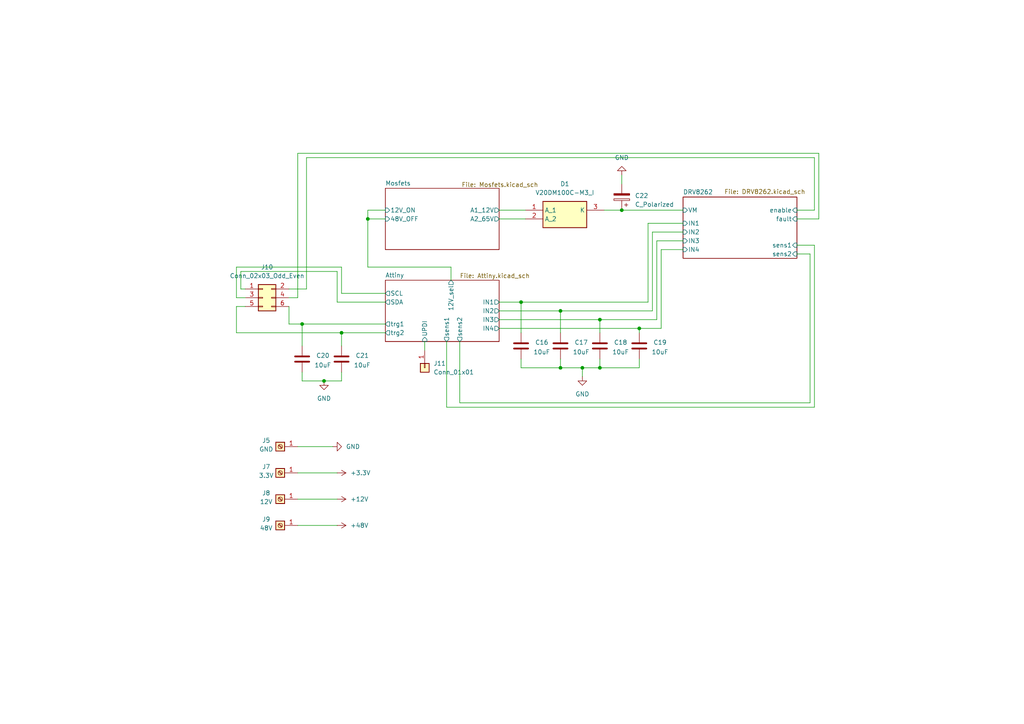
<source format=kicad_sch>
(kicad_sch (version 20231120) (generator "eeschema") (generator_version "8.0")
  (paper "A4")
  (lib_symbols
    (symbol "Connector:Screw_Terminal_01x01" (pin_names (offset 1.016) hide)
      (property "Reference" "J" (at 0 2.54 0))
      (property "Value" "Screw_Terminal_01x01" (at 0 -2.54 0))
      (symbol "Screw_Terminal_01x01_1_1"
        (rectangle (start -1.27 1.27) (end 1.27 -1.27) (stroke (width 0.254)) (fill (type background)))
        (polyline (pts (xy -0.5334 0.3302) (xy 0.3302 -0.508)) (stroke (width 0.1524)))
        (polyline (pts (xy -0.3556 0.508) (xy 0.508 -0.3302)) (stroke (width 0.1524)))
        (circle (center 0 0) (radius 0.635) (stroke (width 0.1524)))
        (pin passive line (at -5.08 0 0) (length 3.81) (name "Pin_1") (number "1"))
      )
    )
    (symbol "Connector_Generic:Conn_01x01" (pin_names (offset 1.016) hide)
      (property "Reference" "J" (at 0 2.54 0))
      (property "Value" "Conn_01x01" (at 0 -2.54 0))
      (symbol "Conn_01x01_1_1"
        (rectangle (start -1.27 0.127) (end 0 -0.127) (stroke (width 0.1524)))
        (rectangle (start -1.27 1.27) (end 1.27 -1.27) (stroke (width 0.254)) (fill (type background)))
        (pin passive line (at -5.08 0 0) (length 3.81) (name "Pin_1") (number "1"))
      )
    )
    (symbol "Connector_Generic:Conn_02x03_Odd_Even" (pin_names (offset 1.016) hide)
      (property "Reference" "J" (at 1.27 5.08 0))
      (property "Value" "Conn_02x03_Odd_Even" (at 1.27 -5.08 0))
      (symbol "Conn_02x03_Odd_Even_1_1"
        (rectangle (start -1.27 -2.413) (end 0 -2.667) (stroke (width 0.1524)))
        (rectangle (start -1.27 0.127) (end 0 -0.127) (stroke (width 0.1524)))
        (rectangle (start -1.27 2.667) (end 0 2.413) (stroke (width 0.1524)))
        (rectangle (start -1.27 3.81) (end 3.81 -3.81) (stroke (width 0.254)) (fill (type background)))
        (rectangle (start 3.81 -2.413) (end 2.54 -2.667) (stroke (width 0.1524)))
        (rectangle (start 3.81 0.127) (end 2.54 -0.127) (stroke (width 0.1524)))
        (rectangle (start 3.81 2.667) (end 2.54 2.413) (stroke (width 0.1524)))
        (pin passive line (at -5.08 2.54 0) (length 3.81) (name "Pin_1") (number "1"))
        (pin passive line (at 7.62 2.54 180) (length 3.81) (name "Pin_2") (number "2"))
        (pin passive line (at -5.08 0 0) (length 3.81) (name "Pin_3") (number "3"))
        (pin passive line (at 7.62 0 180) (length 3.81) (name "Pin_4") (number "4"))
        (pin passive line (at -5.08 -2.54 0) (length 3.81) (name "Pin_5") (number "5"))
        (pin passive line (at 7.62 -2.54 180) (length 3.81) (name "Pin_6") (number "6"))
      )
    )
    (symbol "Device:C" (pin_numbers hide) (pin_names (offset 0.254))
      (property "Reference" "C" (at 0.635 2.54 0))
      (property "Value" "C" (at 0.635 -2.54 0))
      (symbol "C_0_1"
        (polyline (pts (xy -2.032 -0.762) (xy 2.032 -0.762)) (stroke (width 0.508)))
        (polyline (pts (xy -2.032 0.762) (xy 2.032 0.762)) (stroke (width 0.508)))
      )
      (symbol "C_1_1"
        (pin passive line (at 0 3.81 270) (length 2.794) (name "~") (number "1"))
        (pin passive line (at 0 -3.81 90) (length 2.794) (name "~") (number "2"))
      )
    )
    (symbol "Device:C_Polarized" (pin_numbers hide) (pin_names (offset 0.254))
      (property "Reference" "C" (at 0.635 2.54 0))
      (property "Value" "C_Polarized" (at 0.635 -2.54 0))
      (symbol "C_Polarized_0_1"
        (rectangle (start -2.286 0.508) (end 2.286 1.016))
        (polyline (pts (xy -1.778 2.286) (xy -0.762 2.286)))
        (polyline (pts (xy -1.27 2.794) (xy -1.27 1.778)))
        (rectangle (start 2.286 -0.508) (end -2.286 -1.016) (fill (type outline)))
      )
      (symbol "C_Polarized_1_1"
        (pin passive line (at 0 3.81 270) (length 2.794) (name "~") (number "1"))
        (pin passive line (at 0 -3.81 90) (length 2.794) (name "~") (number "2"))
      )
    )
    (symbol "V20DM100C-M3_I:V20DM100C-M3_I"
      (property "Reference" "D" (at 19.05 7.62 0))
      (property "Value" "V20DM100C-M3_I" (at 19.05 5.08 0))
      (symbol "V20DM100C-M3_I_1_1"
        (rectangle (start 5.08 2.54) (end 17.78 -5.08) (stroke (width 0.254)) (fill (type background)))
        (pin passive line (at 0 0 0) (length 5.08) (name "A_1") (number "1"))
        (pin passive line (at 0 -2.54 0) (length 5.08) (name "A_2") (number "2"))
        (pin passive line (at 22.86 0 180) (length 5.08) (name "K") (number "3"))
      )
    )
    (symbol "power:+12V" (power) (pin_numbers hide) (pin_names (offset 0) hide)
      (property "Value" "+12V" (at 0 3.556 0))
      (symbol "+12V_0_1"
        (polyline (pts (xy -0.762 1.27) (xy 0 2.54)))
        (polyline (pts (xy 0 0) (xy 0 2.54)))
        (polyline (pts (xy 0 2.54) (xy 0.762 1.27)))
      )
      (symbol "+12V_1_1"
        (pin power_in line (at 0 0 90) (length 0) (name "~") (number "1"))
      )
    )
    (symbol "power:+3.3V" (power) (pin_numbers hide) (pin_names (offset 0) hide)
      (property "Value" "+3.3V" (at 0 3.556 0))
      (symbol "+3.3V_0_1"
        (polyline (pts (xy -0.762 1.27) (xy 0 2.54)))
        (polyline (pts (xy 0 0) (xy 0 2.54)))
        (polyline (pts (xy 0 2.54) (xy 0.762 1.27)))
      )
      (symbol "+3.3V_1_1"
        (pin power_in line (at 0 0 90) (length 0) (name "~") (number "1"))
      )
    )
    (symbol "power:+48V" (power) (pin_numbers hide) (pin_names (offset 0) hide)
      (property "Value" "+48V" (at 0 3.556 0))
      (symbol "+48V_0_1"
        (polyline (pts (xy -0.762 1.27) (xy 0 2.54)))
        (polyline (pts (xy 0 0) (xy 0 2.54)))
        (polyline (pts (xy 0 2.54) (xy 0.762 1.27)))
      )
      (symbol "+48V_1_1"
        (pin power_in line (at 0 0 90) (length 0) (name "~") (number "1"))
      )
    )
    (symbol "power:GND" (power) (pin_numbers hide) (pin_names (offset 0) hide)
      (property "Value" "GND" (at 0 -3.81 0))
      (symbol "GND_0_1"
        (polyline (pts (xy 0 0) (xy 0 -1.27) (xy 1.27 -1.27) (xy 0 -2.54) (xy -1.27 -1.27) (xy 0 -1.27)))
      )
      (symbol "GND_1_1"
        (pin power_in line (at 0 0 270) (length 0) (name "~") (number "1"))
      )
    )
  )
  (junction (at 173.99 92.71))
  (junction (at 106.68 63.5))
  (junction (at 162.56 106.68))
  (junction (at 162.56 90.17))
  (junction (at 180.34 60.96))
  (junction (at 168.91 106.68))
  (junction (at 173.99 106.68))
  (junction (at 93.98 110.49))
  (junction (at 99.06 96.52))
  (junction (at 151.13 87.63))
  (junction (at 185.42 95.25))
  (junction (at 87.63 93.98))
  (wire (pts (xy 106.68 77.47) (xy 106.68 63.5)))
  (wire (pts (xy 198.12 64.77) (xy 187.96 64.77)))
  (wire (pts (xy 87.63 93.98) (xy 87.63 100.33)))
  (wire (pts (xy 83.82 93.98) (xy 87.63 93.98)))
  (wire (pts (xy 168.91 106.68) (xy 173.99 106.68)))
  (wire (pts (xy 99.06 77.47) (xy 68.58 77.47)))
  (wire (pts (xy 83.82 83.82) (xy 88.9 83.82)))
  (wire (pts (xy 123.19 99.06) (xy 123.19 101.6)))
  (wire (pts (xy 68.58 96.52) (xy 68.58 88.9)))
  (wire (pts (xy 87.63 110.49) (xy 93.98 110.49)))
  (wire (pts (xy 99.06 96.52) (xy 111.76 96.52)))
  (wire (pts (xy 106.68 60.96) (xy 106.68 63.5)))
  (wire (pts (xy 111.76 60.96) (xy 106.68 60.96)))
  (wire (pts (xy 173.99 106.68) (xy 173.99 104.14)))
  (wire (pts (xy 190.5 92.71) (xy 190.5 69.85)))
  (wire (pts (xy 151.13 104.14) (xy 151.13 106.68)))
  (wire (pts (xy 162.56 106.68) (xy 168.91 106.68)))
  (wire (pts (xy 144.78 60.96) (xy 152.4 60.96)))
  (wire (pts (xy 144.78 63.5) (xy 152.4 63.5)))
  (wire (pts (xy 130.81 81.28) (xy 130.81 77.47)))
  (wire (pts (xy 185.42 95.25) (xy 191.77 95.25)))
  (wire (pts (xy 151.13 87.63) (xy 144.78 87.63)))
  (wire (pts (xy 173.99 92.71) (xy 190.5 92.71)))
  (wire (pts (xy 68.58 96.52) (xy 99.06 96.52)))
  (wire (pts (xy 237.49 63.5) (xy 237.49 44.45)))
  (wire (pts (xy 151.13 106.68) (xy 162.56 106.68)))
  (wire (pts (xy 144.78 95.25) (xy 185.42 95.25)))
  (wire (pts (xy 185.42 95.25) (xy 185.42 96.52)))
  (wire (pts (xy 129.54 118.11) (xy 236.22 118.11)))
  (wire (pts (xy 190.5 69.85) (xy 198.12 69.85)))
  (wire (pts (xy 68.58 77.47) (xy 68.58 86.36)))
  (wire (pts (xy 133.35 116.84) (xy 234.95 116.84)))
  (wire (pts (xy 88.9 45.72) (xy 236.22 45.72)))
  (wire (pts (xy 111.76 85.09) (xy 99.06 85.09)))
  (wire (pts (xy 168.91 106.68) (xy 168.91 109.22)))
  (wire (pts (xy 87.63 107.95) (xy 87.63 110.49)))
  (wire (pts (xy 88.9 45.72) (xy 88.9 83.82)))
  (wire (pts (xy 151.13 87.63) (xy 151.13 96.52)))
  (wire (pts (xy 130.81 77.47) (xy 106.68 77.47)))
  (wire (pts (xy 175.26 60.96) (xy 180.34 60.96)))
  (wire (pts (xy 99.06 85.09) (xy 99.06 77.47)))
  (wire (pts (xy 234.95 73.66) (xy 231.14 73.66)))
  (wire (pts (xy 231.14 63.5) (xy 237.49 63.5)))
  (wire (pts (xy 231.14 60.96) (xy 236.22 60.96)))
  (wire (pts (xy 111.76 87.63) (xy 97.79 87.63)))
  (wire (pts (xy 236.22 71.12) (xy 231.14 71.12)))
  (wire (pts (xy 189.23 67.31) (xy 198.12 67.31)))
  (wire (pts (xy 191.77 72.39) (xy 198.12 72.39)))
  (wire (pts (xy 173.99 92.71) (xy 173.99 96.52)))
  (wire (pts (xy 86.36 44.45) (xy 86.36 86.36)))
  (wire (pts (xy 236.22 118.11) (xy 236.22 71.12)))
  (wire (pts (xy 162.56 104.14) (xy 162.56 106.68)))
  (wire (pts (xy 162.56 90.17) (xy 162.56 96.52)))
  (wire (pts (xy 83.82 88.9) (xy 83.82 93.98)))
  (wire (pts (xy 185.42 106.68) (xy 185.42 104.14)))
  (wire (pts (xy 86.36 137.16) (xy 97.79 137.16)))
  (wire (pts (xy 187.96 87.63) (xy 151.13 87.63)))
  (wire (pts (xy 86.36 129.54) (xy 96.52 129.54)))
  (wire (pts (xy 99.06 107.95) (xy 99.06 110.49)))
  (wire (pts (xy 144.78 92.71) (xy 173.99 92.71)))
  (wire (pts (xy 133.35 99.06) (xy 133.35 116.84)))
  (wire (pts (xy 99.06 96.52) (xy 99.06 100.33)))
  (wire (pts (xy 87.63 93.98) (xy 111.76 93.98)))
  (wire (pts (xy 129.54 99.06) (xy 129.54 118.11)))
  (wire (pts (xy 180.34 60.96) (xy 198.12 60.96)))
  (wire (pts (xy 173.99 106.68) (xy 185.42 106.68)))
  (wire (pts (xy 86.36 44.45) (xy 237.49 44.45)))
  (wire (pts (xy 69.85 78.74) (xy 69.85 83.82)))
  (wire (pts (xy 234.95 116.84) (xy 234.95 73.66)))
  (wire (pts (xy 236.22 60.96) (xy 236.22 45.72)))
  (wire (pts (xy 191.77 95.25) (xy 191.77 72.39)))
  (wire (pts (xy 69.85 83.82) (xy 71.12 83.82)))
  (wire (pts (xy 162.56 90.17) (xy 189.23 90.17)))
  (wire (pts (xy 68.58 86.36) (xy 71.12 86.36)))
  (wire (pts (xy 93.98 110.49) (xy 99.06 110.49)))
  (wire (pts (xy 189.23 90.17) (xy 189.23 67.31)))
  (wire (pts (xy 180.34 50.8) (xy 180.34 53.34)))
  (wire (pts (xy 97.79 87.63) (xy 97.79 78.74)))
  (wire (pts (xy 106.68 63.5) (xy 111.76 63.5)))
  (wire (pts (xy 187.96 64.77) (xy 187.96 87.63)))
  (wire (pts (xy 68.58 88.9) (xy 71.12 88.9)))
  (wire (pts (xy 97.79 78.74) (xy 69.85 78.74)))
  (wire (pts (xy 86.36 144.78) (xy 97.79 144.78)))
  (wire (pts (xy 86.36 152.4) (xy 97.79 152.4)))
  (wire (pts (xy 144.78 90.17) (xy 162.56 90.17)))
  (wire (pts (xy 83.82 86.36) (xy 86.36 86.36)))
  (symbol (lib_id "Device:C") (at 99.06 104.14 0) (unit 1)
    (property "Reference" "C21" (at 103.124 103.124 0) (effects (justify left)))
    (property "Value" "10uF" (at 102.616 105.918 0) (effects (justify left)))
    (property "Footprint" "Capacitor_SMD:C_0402_1005Metric" (effects (hide yes)))
    (property "Description" "Unpolarized capacitor" (effects (hide yes)))
  )
  (symbol (lib_id "power:GND") (at 180.34 50.8 180) (unit 1)
    (property "Reference" "#PWR025" (effects (hide yes)))
    (property "Value" "GND" (at 180.34 45.72 0))
    (property "Description" "Power symbol creates a global label with name \"GND\" , ground" (effects (hide yes)))
  )
  (symbol (lib_id "Device:C_Polarized") (at 180.34 57.15 180) (unit 1)
    (property "Reference" "C22" (at 184.15 56.7689 0) (effects (justify right)))
    (property "Value" "C_Polarized" (at 184.15 59.3089 0) (effects (justify right)))
    (property "Footprint" "Capacitor_SMD:CP_Elec_8x11.9" (effects (hide yes)))
    (property "Description" "Polarized capacitor" (effects (hide yes)))
  )
  (symbol (lib_id "power:+48V") (at 97.79 152.4 270) (unit 1)
    (property "Reference" "#PWR019" (effects (hide yes)))
    (property "Value" "+48V" (at 101.6 152.3999 90) (effects (justify left)))
    (property "Description" "Power symbol creates a global label with name \"+48V\"" (effects (hide yes)))
  )
  (symbol (lib_id "power:GND") (at 93.98 110.49 0) (unit 1)
    (property "Reference" "#PWR024" (effects (hide yes)))
    (property "Value" "GND" (at 93.98 115.57 0))
    (property "Description" "Power symbol creates a global label with name \"GND\" , ground" (effects (hide yes)))
  )
  (symbol (lib_id "Connector:Screw_Terminal_01x01") (at 81.28 129.54 180) (unit 1)
    (property "Reference" "J5" (at 77.216 127.762 0))
    (property "Value" "GND" (at 77.216 130.302 0))
    (property "Footprint" "MountingHole:MountingHole_3.2mm_M3_ISO7380_Pad_TopBottom" (effects (hide yes)))
    (property "Description" "Generic screw terminal, single row, 01x01, script generated (kicad-library-utils/schlib/autogen/connector/)" (effects (hide yes)))
  )
  (symbol (lib_id "Connector_Generic:Conn_02x03_Odd_Even") (at 76.2 86.36 0) (unit 1)
    (property "Reference" "J10" (at 77.47 77.47 0))
    (property "Value" "Conn_02x03_Odd_Even" (at 77.47 80.01 0))
    (property "Footprint" "Connector_PinHeader_1.27mm:PinHeader_2x03_P1.27mm_Vertical" (effects (hide yes)))
    (property "Description" "Generic connector, double row, 02x03, odd/even pin numbering scheme (row 1 odd numbers, row 2 even numbers), script generated (kicad-library-utils/schlib/autogen/connector/)" (effects (hide yes)))
  )
  (symbol (lib_id "V20DM100C-M3_I:V20DM100C-M3_I") (at 152.4 60.96 0) (unit 1)
    (property "Reference" "D1" (at 163.83 53.34 0))
    (property "Value" "V20DM100C-M3_I" (at 163.83 55.88 0))
    (property "Footprint" "V20DM100C:V20DM100C" (effects (hide yes)))
    (property "Datasheet" "http://www.vishay.com/docs/87575/v20dm100c.pdf" (effects (hide yes)))
    (property "Description" "Schottky Diodes & Rectifiers 100V 20A SMPD(TO-263AC)" (effects (hide yes)))
    (property "Height" "1" (effects (hide yes)))
    (property "Mouser Part Number" "78-V20DM100C-M3/I" (effects (hide yes)))
    (property "Mouser Price/Stock" "https://www.mouser.co.uk/ProductDetail/Vishay-General-Semiconductor/V20DM100C-M3-I?qs=F5EMLAvA7IDlhwdxAC8a8w%3D%3D" (effects (hide yes)))
    (property "Manufacturer_Name" "Vishay" (effects (hide yes)))
    (property "Manufacturer_Part_Number" "V20DM100C-M3/I" (effects (hide yes)))
  )
  (symbol (lib_id "Device:C") (at 185.42 100.33 0) (unit 1)
    (property "Reference" "C19" (at 189.484 99.314 0) (effects (justify left)))
    (property "Value" "10uF" (at 188.976 102.108 0) (effects (justify left)))
    (property "Footprint" "Capacitor_SMD:C_0402_1005Metric" (effects (hide yes)))
    (property "Description" "Unpolarized capacitor" (effects (hide yes)))
  )
  (symbol (lib_id "Connector:Screw_Terminal_01x01") (at 81.28 144.78 180) (unit 1)
    (property "Reference" "J8" (at 77.216 143.002 0))
    (property "Value" "12V" (at 77.216 145.542 0))
    (property "Footprint" "MountingHole:MountingHole_3.2mm_M3_ISO7380_Pad_TopBottom" (effects (hide yes)))
    (property "Description" "Generic screw terminal, single row, 01x01, script generated (kicad-library-utils/schlib/autogen/connector/)" (effects (hide yes)))
  )
  (symbol (lib_id "Device:C") (at 87.63 104.14 0) (unit 1)
    (property "Reference" "C20" (at 91.694 103.124 0) (effects (justify left)))
    (property "Value" "10uF" (at 91.186 105.918 0) (effects (justify left)))
    (property "Footprint" "Capacitor_SMD:C_0402_1005Metric" (effects (hide yes)))
    (property "Description" "Unpolarized capacitor" (effects (hide yes)))
  )
  (symbol (lib_id "Connector:Screw_Terminal_01x01") (at 81.28 137.16 180) (unit 1)
    (property "Reference" "J7" (at 77.216 135.382 0))
    (property "Value" "3.3V" (at 77.216 137.922 0))
    (property "Footprint" "MountingHole:MountingHole_3.2mm_M3_ISO7380_Pad_TopBottom" (effects (hide yes)))
    (property "Description" "Generic screw terminal, single row, 01x01, script generated (kicad-library-utils/schlib/autogen/connector/)" (effects (hide yes)))
  )
  (symbol (lib_id "power:GND") (at 96.52 129.54 90) (unit 1)
    (property "Reference" "#PWR016" (effects (hide yes)))
    (property "Value" "GND" (at 100.33 129.5399 90) (effects (justify right)))
    (property "Description" "Power symbol creates a global label with name \"GND\" , ground" (effects (hide yes)))
  )
  (symbol (lib_id "power:GND") (at 168.91 109.22 0) (unit 1)
    (property "Reference" "#PWR015" (effects (hide yes)))
    (property "Value" "GND" (at 168.91 114.3 0))
    (property "Description" "Power symbol creates a global label with name \"GND\" , ground" (effects (hide yes)))
  )
  (symbol (lib_id "Connector_Generic:Conn_01x01") (at 123.19 106.68 270) (unit 1)
    (property "Reference" "J11" (at 125.73 105.4099 90) (effects (justify left)))
    (property "Value" "Conn_01x01" (at 125.73 107.9499 90) (effects (justify left)))
    (property "Footprint" "Connector_PinHeader_1.00mm:PinHeader_1x01_P1.00mm_Vertical" (effects (hide yes)))
    (property "Description" "Generic connector, single row, 01x01, script generated (kicad-library-utils/schlib/autogen/connector/)" (effects (hide yes)))
  )
  (symbol (lib_id "Connector:Screw_Terminal_01x01") (at 81.28 152.4 180) (unit 1)
    (property "Reference" "J9" (at 77.216 150.622 0))
    (property "Value" "48V" (at 77.216 153.162 0))
    (property "Footprint" "MountingHole:MountingHole_3.2mm_M3_ISO7380_Pad_TopBottom" (effects (hide yes)))
    (property "Description" "Generic screw terminal, single row, 01x01, script generated (kicad-library-utils/schlib/autogen/connector/)" (effects (hide yes)))
  )
  (symbol (lib_id "power:+12V") (at 97.79 144.78 270) (unit 1)
    (property "Reference" "#PWR018" (effects (hide yes)))
    (property "Value" "+12V" (at 101.6 144.7799 90) (effects (justify left)))
    (property "Description" "Power symbol creates a global label with name \"+12V\"" (effects (hide yes)))
  )
  (symbol (lib_id "Device:C") (at 173.99 100.33 0) (unit 1)
    (property "Reference" "C18" (at 178.054 99.314 0) (effects (justify left)))
    (property "Value" "10uF" (at 177.546 102.108 0) (effects (justify left)))
    (property "Footprint" "Capacitor_SMD:C_0402_1005Metric" (effects (hide yes)))
    (property "Description" "Unpolarized capacitor" (effects (hide yes)))
  )
  (symbol (lib_id "Device:C") (at 162.56 100.33 0) (unit 1)
    (property "Reference" "C17" (at 166.624 99.314 0) (effects (justify left)))
    (property "Value" "10uF" (at 166.116 102.108 0) (effects (justify left)))
    (property "Footprint" "Capacitor_SMD:C_0402_1005Metric" (effects (hide yes)))
    (property "Description" "Unpolarized capacitor" (effects (hide yes)))
  )
  (symbol (lib_id "power:+3.3V") (at 97.79 137.16 270) (unit 1)
    (property "Reference" "#PWR017" (effects (hide yes)))
    (property "Value" "+3.3V" (at 101.6 137.1599 90) (effects (justify left)))
    (property "Description" "Power symbol creates a global label with name \"+3.3V\"" (effects (hide yes)))
  )
  (symbol (lib_id "Device:C") (at 151.13 100.33 0) (unit 1)
    (property "Reference" "C16" (at 155.194 99.314 0) (effects (justify left)))
    (property "Value" "10uF" (at 154.686 102.108 0) (effects (justify left)))
    (property "Footprint" "Capacitor_SMD:C_0402_1005Metric" (effects (hide yes)))
    (property "Description" "Unpolarized capacitor" (effects (hide yes)))
  )
  (sheet (at 111.76 54.61) (size 33.02 17.78) (stroke (width 0.1524))
    (property "Sheetname" "Mosfets" (at 111.76 53.8984 0) (effects (justify left bottom)))
    (property "Sheetfile" "Mosfets.kicad_sch" (at 133.858 52.832 0) (effects (justify left top)))
    (pin "A2_65V" output (at 144.78 63.5 0))
    (pin "A1_12V" output (at 144.78 60.96 0))
    (pin "12V_ON" input (at 111.76 60.96 180))
    (pin "48V_OFF" input (at 111.76 63.5 180))
  )
  (sheet (at 111.76 81.28) (size 33.02 17.78) (stroke (width 0.1524))
    (property "Sheetname" "Attiny" (at 111.76 80.5684 0) (effects (justify left bottom)))
    (property "Sheetfile" "Attiny.kicad_sch" (at 133.35 79.248 0) (effects (justify left top)))
    (pin "12V_sel" output (at 130.81 81.28 90))
    (pin "IN4" output (at 144.78 95.25 0))
    (pin "IN3" output (at 144.78 92.71 0))
    (pin "IN1" output (at 144.78 87.63 0))
    (pin "IN2" output (at 144.78 90.17 0))
    (pin "sens1" output (at 129.54 99.06 270))
    (pin "sens2" output (at 133.35 99.06 270))
    (pin "trg1" output (at 111.76 93.98 180))
    (pin "trg2" output (at 111.76 96.52 180))
    (pin "SCL" output (at 111.76 85.09 180))
    (pin "SDA" output (at 111.76 87.63 180))
    (pin "UPDI" input (at 123.19 99.06 270))
  )
  (sheet (at 198.12 57.15) (size 33.02 17.78) (stroke (width 0.1524))
    (property "Sheetname" "DRV8262" (at 198.12 56.4384 0) (effects (justify left bottom)))
    (property "Sheetfile" "DRV8262.kicad_sch" (at 210.058 54.864 0) (effects (justify left top)))
    (pin "VM" input (at 198.12 60.96 180))
    (pin "IN3" input (at 198.12 69.85 180))
    (pin "IN1" input (at 198.12 64.77 180))
    (pin "IN2" input (at 198.12 67.31 180))
    (pin "IN4" input (at 198.12 72.39 180))
    (pin "enable" input (at 231.14 60.96 0))
    (pin "sens1" input (at 231.14 71.12 0))
    (pin "sens2" input (at 231.14 73.66 0))
    (pin "fault" input (at 231.14 63.5 0))
  )
)
</source>
